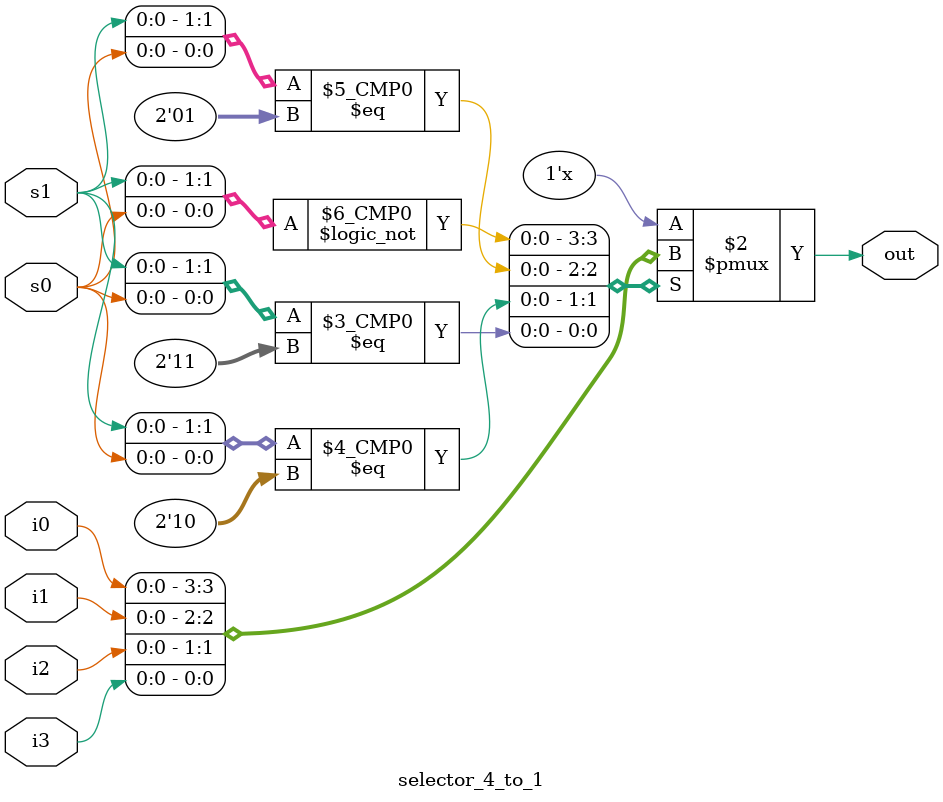
<source format=v>
module selector_4_to_1(out,i0,i1,i2,i3,s1,s0);
	input i0,i1,i2,i3,s1,s0;
	output out;

	reg out;
	
	always @(i0,i1,i2,i3,s1,s0)
		begin
			case({s1,s0})
			2'b00: out=i0;
			2'b01: out=i1;
			2'b10: out=i2;
			2'b11: out=i3;
			endcase
		end
		
endmodule

</source>
